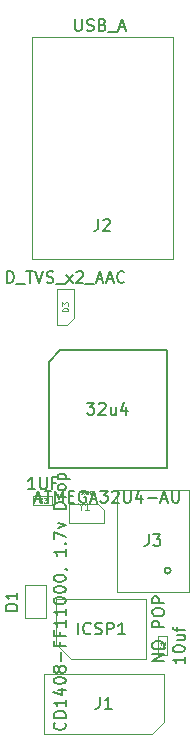
<source format=gbr>
%TF.GenerationSoftware,KiCad,Pcbnew,(5.1.9)-1*%
%TF.CreationDate,2021-02-13T16:54:45-05:00*%
%TF.ProjectId,mega_nrf24_usb,6d656761-5f6e-4726-9632-345f7573622e,rev?*%
%TF.SameCoordinates,Original*%
%TF.FileFunction,Other,Fab,Top*%
%FSLAX46Y46*%
G04 Gerber Fmt 4.6, Leading zero omitted, Abs format (unit mm)*
G04 Created by KiCad (PCBNEW (5.1.9)-1) date 2021-02-13 16:54:45*
%MOMM*%
%LPD*%
G01*
G04 APERTURE LIST*
%ADD10C,0.100000*%
%ADD11C,0.200000*%
%ADD12C,0.050000*%
%ADD13C,0.150000*%
%ADD14C,0.075000*%
%ADD15C,0.060000*%
%ADD16C,0.030000*%
%ADD17C,0.080000*%
G04 APERTURE END LIST*
D10*
%TO.C,D1*%
X143622600Y-127994600D02*
X141822600Y-127994600D01*
X143622600Y-125194600D02*
X143622600Y-127994600D01*
X141822600Y-125194600D02*
X143622600Y-125194600D01*
X141822600Y-127994600D02*
X141822600Y-125194600D01*
%TO.C,D3*%
X145953200Y-102585600D02*
X145953200Y-100135600D01*
X145403200Y-103155600D02*
X144553200Y-103155600D01*
X145953200Y-102585600D02*
X145403200Y-103155600D01*
X144553200Y-103155600D02*
X144553200Y-100115600D01*
X145953200Y-100115600D02*
X144553200Y-100115600D01*
%TO.C,C3*%
X144132200Y-117633800D02*
X144132200Y-118433800D01*
X144132200Y-118433800D02*
X142532200Y-118433800D01*
X142532200Y-118433800D02*
X142532200Y-117633800D01*
X142532200Y-117633800D02*
X144132200Y-117633800D01*
%TO.C,J2*%
X154378800Y-97570800D02*
X154378800Y-78770800D01*
X142378800Y-97570800D02*
X142378800Y-78770800D01*
X154378800Y-78770800D02*
X142378800Y-78770800D01*
X154378800Y-97570800D02*
X142378800Y-97570800D01*
D11*
%TO.C,J3*%
X154152600Y-123952000D02*
G75*
G03*
X154152600Y-123952000I-254000J0D01*
G01*
D12*
X149580600Y-125730000D02*
X155676600Y-125730000D01*
X155676600Y-125730000D02*
X155676600Y-117094000D01*
X155676600Y-117094000D02*
X149580600Y-117094000D01*
X149580600Y-117094000D02*
X149580600Y-125730000D01*
D10*
%TO.C,Y1*%
X145540600Y-118351400D02*
X145540600Y-119951400D01*
X145540600Y-119951400D02*
X148540600Y-119951400D01*
X148040600Y-118351400D02*
X148540600Y-118851400D01*
X148040600Y-118351400D02*
X145540600Y-118351400D01*
X148540600Y-118851400D02*
X148540600Y-119951400D01*
D13*
%TO.C,32u4*%
X144818600Y-105286800D02*
X153818600Y-105286800D01*
X153818600Y-105286800D02*
X153818600Y-115286800D01*
X153818600Y-115286800D02*
X143818600Y-115286800D01*
X143818600Y-115286800D02*
X143818600Y-106286800D01*
X143818600Y-106286800D02*
X144818600Y-105286800D01*
D10*
%TO.C,ICSP1*%
X144475200Y-130175000D02*
X144475200Y-126365000D01*
X144475200Y-126365000D02*
X152095200Y-126365000D01*
X152095200Y-126365000D02*
X152095200Y-131445000D01*
X152095200Y-131445000D02*
X145745200Y-131445000D01*
X145745200Y-131445000D02*
X144475200Y-130175000D01*
%TO.C,J1*%
X153568400Y-132664200D02*
X153568400Y-136744200D01*
X153568400Y-136744200D02*
X152568400Y-137744200D01*
X152568400Y-137744200D02*
X143408400Y-137744200D01*
X143408400Y-137744200D02*
X143408400Y-132664200D01*
X143408400Y-132664200D02*
X153568400Y-132664200D01*
%TO.C,C1*%
X153866800Y-131115000D02*
X153066800Y-131115000D01*
X153066800Y-131115000D02*
X153066800Y-129515000D01*
X153066800Y-129515000D02*
X153866800Y-129515000D01*
X153866800Y-129515000D02*
X153866800Y-131115000D01*
%TD*%
%TO.C,D1*%
D13*
X145179742Y-136832695D02*
X145227361Y-136880314D01*
X145274980Y-137023171D01*
X145274980Y-137118409D01*
X145227361Y-137261266D01*
X145132123Y-137356504D01*
X145036885Y-137404123D01*
X144846409Y-137451742D01*
X144703552Y-137451742D01*
X144513076Y-137404123D01*
X144417838Y-137356504D01*
X144322600Y-137261266D01*
X144274980Y-137118409D01*
X144274980Y-137023171D01*
X144322600Y-136880314D01*
X144370219Y-136832695D01*
X145274980Y-136404123D02*
X144274980Y-136404123D01*
X144274980Y-136166028D01*
X144322600Y-136023171D01*
X144417838Y-135927933D01*
X144513076Y-135880314D01*
X144703552Y-135832695D01*
X144846409Y-135832695D01*
X145036885Y-135880314D01*
X145132123Y-135927933D01*
X145227361Y-136023171D01*
X145274980Y-136166028D01*
X145274980Y-136404123D01*
X145274980Y-134880314D02*
X145274980Y-135451742D01*
X145274980Y-135166028D02*
X144274980Y-135166028D01*
X144417838Y-135261266D01*
X144513076Y-135356504D01*
X144560695Y-135451742D01*
X144608314Y-134023171D02*
X145274980Y-134023171D01*
X144227361Y-134261266D02*
X144941647Y-134499361D01*
X144941647Y-133880314D01*
X144274980Y-133308885D02*
X144274980Y-133213647D01*
X144322600Y-133118409D01*
X144370219Y-133070790D01*
X144465457Y-133023171D01*
X144655933Y-132975552D01*
X144894028Y-132975552D01*
X145084504Y-133023171D01*
X145179742Y-133070790D01*
X145227361Y-133118409D01*
X145274980Y-133213647D01*
X145274980Y-133308885D01*
X145227361Y-133404123D01*
X145179742Y-133451742D01*
X145084504Y-133499361D01*
X144894028Y-133546980D01*
X144655933Y-133546980D01*
X144465457Y-133499361D01*
X144370219Y-133451742D01*
X144322600Y-133404123D01*
X144274980Y-133308885D01*
X144703552Y-132404123D02*
X144655933Y-132499361D01*
X144608314Y-132546980D01*
X144513076Y-132594600D01*
X144465457Y-132594600D01*
X144370219Y-132546980D01*
X144322600Y-132499361D01*
X144274980Y-132404123D01*
X144274980Y-132213647D01*
X144322600Y-132118409D01*
X144370219Y-132070790D01*
X144465457Y-132023171D01*
X144513076Y-132023171D01*
X144608314Y-132070790D01*
X144655933Y-132118409D01*
X144703552Y-132213647D01*
X144703552Y-132404123D01*
X144751171Y-132499361D01*
X144798790Y-132546980D01*
X144894028Y-132594600D01*
X145084504Y-132594600D01*
X145179742Y-132546980D01*
X145227361Y-132499361D01*
X145274980Y-132404123D01*
X145274980Y-132213647D01*
X145227361Y-132118409D01*
X145179742Y-132070790D01*
X145084504Y-132023171D01*
X144894028Y-132023171D01*
X144798790Y-132070790D01*
X144751171Y-132118409D01*
X144703552Y-132213647D01*
X144894028Y-131594600D02*
X144894028Y-130832695D01*
X144751171Y-130023171D02*
X144751171Y-130356504D01*
X145274980Y-130356504D02*
X144274980Y-130356504D01*
X144274980Y-129880314D01*
X144751171Y-129166028D02*
X144751171Y-129499361D01*
X145274980Y-129499361D02*
X144274980Y-129499361D01*
X144274980Y-129023171D01*
X145274980Y-128118409D02*
X145274980Y-128689838D01*
X145274980Y-128404123D02*
X144274980Y-128404123D01*
X144417838Y-128499361D01*
X144513076Y-128594600D01*
X144560695Y-128689838D01*
X145274980Y-127166028D02*
X145274980Y-127737457D01*
X145274980Y-127451742D02*
X144274980Y-127451742D01*
X144417838Y-127546980D01*
X144513076Y-127642219D01*
X144560695Y-127737457D01*
X144274980Y-126546980D02*
X144274980Y-126451742D01*
X144322600Y-126356504D01*
X144370219Y-126308885D01*
X144465457Y-126261266D01*
X144655933Y-126213647D01*
X144894028Y-126213647D01*
X145084504Y-126261266D01*
X145179742Y-126308885D01*
X145227361Y-126356504D01*
X145274980Y-126451742D01*
X145274980Y-126546980D01*
X145227361Y-126642219D01*
X145179742Y-126689838D01*
X145084504Y-126737457D01*
X144894028Y-126785076D01*
X144655933Y-126785076D01*
X144465457Y-126737457D01*
X144370219Y-126689838D01*
X144322600Y-126642219D01*
X144274980Y-126546980D01*
X144274980Y-125594600D02*
X144274980Y-125499361D01*
X144322600Y-125404123D01*
X144370219Y-125356504D01*
X144465457Y-125308885D01*
X144655933Y-125261266D01*
X144894028Y-125261266D01*
X145084504Y-125308885D01*
X145179742Y-125356504D01*
X145227361Y-125404123D01*
X145274980Y-125499361D01*
X145274980Y-125594600D01*
X145227361Y-125689838D01*
X145179742Y-125737457D01*
X145084504Y-125785076D01*
X144894028Y-125832695D01*
X144655933Y-125832695D01*
X144465457Y-125785076D01*
X144370219Y-125737457D01*
X144322600Y-125689838D01*
X144274980Y-125594600D01*
X144274980Y-124642219D02*
X144274980Y-124546980D01*
X144322600Y-124451742D01*
X144370219Y-124404123D01*
X144465457Y-124356504D01*
X144655933Y-124308885D01*
X144894028Y-124308885D01*
X145084504Y-124356504D01*
X145179742Y-124404123D01*
X145227361Y-124451742D01*
X145274980Y-124546980D01*
X145274980Y-124642219D01*
X145227361Y-124737457D01*
X145179742Y-124785076D01*
X145084504Y-124832695D01*
X144894028Y-124880314D01*
X144655933Y-124880314D01*
X144465457Y-124832695D01*
X144370219Y-124785076D01*
X144322600Y-124737457D01*
X144274980Y-124642219D01*
X145227361Y-123832695D02*
X145274980Y-123832695D01*
X145370219Y-123880314D01*
X145417838Y-123927933D01*
X145274980Y-122118409D02*
X145274980Y-122689838D01*
X145274980Y-122404123D02*
X144274980Y-122404123D01*
X144417838Y-122499361D01*
X144513076Y-122594600D01*
X144560695Y-122689838D01*
X145179742Y-121689838D02*
X145227361Y-121642219D01*
X145274980Y-121689838D01*
X145227361Y-121737457D01*
X145179742Y-121689838D01*
X145274980Y-121689838D01*
X144274980Y-121308885D02*
X144274980Y-120642219D01*
X145274980Y-121070790D01*
X144608314Y-120356504D02*
X145274980Y-120118409D01*
X144608314Y-119880314D01*
X145274980Y-118737457D02*
X144274980Y-118737457D01*
X144274980Y-118499361D01*
X144322600Y-118356504D01*
X144417838Y-118261266D01*
X144513076Y-118213647D01*
X144703552Y-118166028D01*
X144846409Y-118166028D01*
X145036885Y-118213647D01*
X145132123Y-118261266D01*
X145227361Y-118356504D01*
X145274980Y-118499361D01*
X145274980Y-118737457D01*
X145274980Y-117737457D02*
X144608314Y-117737457D01*
X144798790Y-117737457D02*
X144703552Y-117689838D01*
X144655933Y-117642219D01*
X144608314Y-117546980D01*
X144608314Y-117451742D01*
X145274980Y-116975552D02*
X145227361Y-117070790D01*
X145179742Y-117118409D01*
X145084504Y-117166028D01*
X144798790Y-117166028D01*
X144703552Y-117118409D01*
X144655933Y-117070790D01*
X144608314Y-116975552D01*
X144608314Y-116832695D01*
X144655933Y-116737457D01*
X144703552Y-116689838D01*
X144798790Y-116642219D01*
X145084504Y-116642219D01*
X145179742Y-116689838D01*
X145227361Y-116737457D01*
X145274980Y-116832695D01*
X145274980Y-116975552D01*
X144608314Y-116213647D02*
X145608314Y-116213647D01*
X144655933Y-116213647D02*
X144608314Y-116118409D01*
X144608314Y-115927933D01*
X144655933Y-115832695D01*
X144703552Y-115785076D01*
X144798790Y-115737457D01*
X145084504Y-115737457D01*
X145179742Y-115785076D01*
X145227361Y-115832695D01*
X145274980Y-115927933D01*
X145274980Y-116118409D01*
X145227361Y-116213647D01*
X141174980Y-127332695D02*
X140174980Y-127332695D01*
X140174980Y-127094600D01*
X140222600Y-126951742D01*
X140317838Y-126856504D01*
X140413076Y-126808885D01*
X140603552Y-126761266D01*
X140746409Y-126761266D01*
X140936885Y-126808885D01*
X141032123Y-126856504D01*
X141127361Y-126951742D01*
X141174980Y-127094600D01*
X141174980Y-127332695D01*
X141174980Y-125808885D02*
X141174980Y-126380314D01*
X141174980Y-126094600D02*
X140174980Y-126094600D01*
X140317838Y-126189838D01*
X140413076Y-126285076D01*
X140460695Y-126380314D01*
%TO.C,D3*%
X140324628Y-99587980D02*
X140324628Y-98587980D01*
X140562723Y-98587980D01*
X140705580Y-98635600D01*
X140800819Y-98730838D01*
X140848438Y-98826076D01*
X140896057Y-99016552D01*
X140896057Y-99159409D01*
X140848438Y-99349885D01*
X140800819Y-99445123D01*
X140705580Y-99540361D01*
X140562723Y-99587980D01*
X140324628Y-99587980D01*
X141086533Y-99683219D02*
X141848438Y-99683219D01*
X141943676Y-98587980D02*
X142515104Y-98587980D01*
X142229390Y-99587980D02*
X142229390Y-98587980D01*
X142705580Y-98587980D02*
X143038914Y-99587980D01*
X143372247Y-98587980D01*
X143657961Y-99540361D02*
X143800819Y-99587980D01*
X144038914Y-99587980D01*
X144134152Y-99540361D01*
X144181771Y-99492742D01*
X144229390Y-99397504D01*
X144229390Y-99302266D01*
X144181771Y-99207028D01*
X144134152Y-99159409D01*
X144038914Y-99111790D01*
X143848438Y-99064171D01*
X143753200Y-99016552D01*
X143705580Y-98968933D01*
X143657961Y-98873695D01*
X143657961Y-98778457D01*
X143705580Y-98683219D01*
X143753200Y-98635600D01*
X143848438Y-98587980D01*
X144086533Y-98587980D01*
X144229390Y-98635600D01*
X144419866Y-99683219D02*
X145181771Y-99683219D01*
X145324628Y-99587980D02*
X145848438Y-98921314D01*
X145324628Y-98921314D02*
X145848438Y-99587980D01*
X146181771Y-98683219D02*
X146229390Y-98635600D01*
X146324628Y-98587980D01*
X146562723Y-98587980D01*
X146657961Y-98635600D01*
X146705580Y-98683219D01*
X146753200Y-98778457D01*
X146753200Y-98873695D01*
X146705580Y-99016552D01*
X146134152Y-99587980D01*
X146753200Y-99587980D01*
X146943676Y-99683219D02*
X147705580Y-99683219D01*
X147896057Y-99302266D02*
X148372247Y-99302266D01*
X147800819Y-99587980D02*
X148134152Y-98587980D01*
X148467485Y-99587980D01*
X148753200Y-99302266D02*
X149229390Y-99302266D01*
X148657961Y-99587980D02*
X148991295Y-98587980D01*
X149324628Y-99587980D01*
X150229390Y-99492742D02*
X150181771Y-99540361D01*
X150038914Y-99587980D01*
X149943676Y-99587980D01*
X149800819Y-99540361D01*
X149705580Y-99445123D01*
X149657961Y-99349885D01*
X149610342Y-99159409D01*
X149610342Y-99016552D01*
X149657961Y-98826076D01*
X149705580Y-98730838D01*
X149800819Y-98635600D01*
X149943676Y-98587980D01*
X150038914Y-98587980D01*
X150181771Y-98635600D01*
X150229390Y-98683219D01*
D14*
X145479390Y-102004647D02*
X144979390Y-102004647D01*
X144979390Y-101885600D01*
X145003200Y-101814171D01*
X145050819Y-101766552D01*
X145098438Y-101742742D01*
X145193676Y-101718933D01*
X145265104Y-101718933D01*
X145360342Y-101742742D01*
X145407961Y-101766552D01*
X145455580Y-101814171D01*
X145479390Y-101885600D01*
X145479390Y-102004647D01*
X144979390Y-101552266D02*
X144979390Y-101242742D01*
X145169866Y-101409409D01*
X145169866Y-101337980D01*
X145193676Y-101290361D01*
X145217485Y-101266552D01*
X145265104Y-101242742D01*
X145384152Y-101242742D01*
X145431771Y-101266552D01*
X145455580Y-101290361D01*
X145479390Y-101337980D01*
X145479390Y-101480838D01*
X145455580Y-101528457D01*
X145431771Y-101552266D01*
%TO.C,C3*%
D13*
X142665533Y-117056180D02*
X142094104Y-117056180D01*
X142379819Y-117056180D02*
X142379819Y-116056180D01*
X142284580Y-116199038D01*
X142189342Y-116294276D01*
X142094104Y-116341895D01*
X143094104Y-116056180D02*
X143094104Y-116865704D01*
X143141723Y-116960942D01*
X143189342Y-117008561D01*
X143284580Y-117056180D01*
X143475057Y-117056180D01*
X143570295Y-117008561D01*
X143617914Y-116960942D01*
X143665533Y-116865704D01*
X143665533Y-116056180D01*
X144475057Y-116532371D02*
X144141723Y-116532371D01*
X144141723Y-117056180D02*
X144141723Y-116056180D01*
X144617914Y-116056180D01*
D15*
X143265533Y-118176657D02*
X143246485Y-118195704D01*
X143189342Y-118214752D01*
X143151247Y-118214752D01*
X143094104Y-118195704D01*
X143056009Y-118157609D01*
X143036961Y-118119514D01*
X143017914Y-118043323D01*
X143017914Y-117986180D01*
X143036961Y-117909990D01*
X143056009Y-117871895D01*
X143094104Y-117833800D01*
X143151247Y-117814752D01*
X143189342Y-117814752D01*
X143246485Y-117833800D01*
X143265533Y-117852847D01*
X143398866Y-117814752D02*
X143646485Y-117814752D01*
X143513152Y-117967133D01*
X143570295Y-117967133D01*
X143608390Y-117986180D01*
X143627438Y-118005228D01*
X143646485Y-118043323D01*
X143646485Y-118138561D01*
X143627438Y-118176657D01*
X143608390Y-118195704D01*
X143570295Y-118214752D01*
X143456009Y-118214752D01*
X143417914Y-118195704D01*
X143398866Y-118176657D01*
%TO.C,J2*%
D13*
X146057371Y-77248180D02*
X146057371Y-78057704D01*
X146104990Y-78152942D01*
X146152609Y-78200561D01*
X146247847Y-78248180D01*
X146438323Y-78248180D01*
X146533561Y-78200561D01*
X146581180Y-78152942D01*
X146628800Y-78057704D01*
X146628800Y-77248180D01*
X147057371Y-78200561D02*
X147200228Y-78248180D01*
X147438323Y-78248180D01*
X147533561Y-78200561D01*
X147581180Y-78152942D01*
X147628800Y-78057704D01*
X147628800Y-77962466D01*
X147581180Y-77867228D01*
X147533561Y-77819609D01*
X147438323Y-77771990D01*
X147247847Y-77724371D01*
X147152609Y-77676752D01*
X147104990Y-77629133D01*
X147057371Y-77533895D01*
X147057371Y-77438657D01*
X147104990Y-77343419D01*
X147152609Y-77295800D01*
X147247847Y-77248180D01*
X147485942Y-77248180D01*
X147628800Y-77295800D01*
X148390704Y-77724371D02*
X148533561Y-77771990D01*
X148581180Y-77819609D01*
X148628800Y-77914847D01*
X148628800Y-78057704D01*
X148581180Y-78152942D01*
X148533561Y-78200561D01*
X148438323Y-78248180D01*
X148057371Y-78248180D01*
X148057371Y-77248180D01*
X148390704Y-77248180D01*
X148485942Y-77295800D01*
X148533561Y-77343419D01*
X148581180Y-77438657D01*
X148581180Y-77533895D01*
X148533561Y-77629133D01*
X148485942Y-77676752D01*
X148390704Y-77724371D01*
X148057371Y-77724371D01*
X148819276Y-78343419D02*
X149581180Y-78343419D01*
X149771657Y-77962466D02*
X150247847Y-77962466D01*
X149676419Y-78248180D02*
X150009752Y-77248180D01*
X150343085Y-78248180D01*
X148020466Y-94198180D02*
X148020466Y-94912466D01*
X147972847Y-95055323D01*
X147877609Y-95150561D01*
X147734752Y-95198180D01*
X147639514Y-95198180D01*
X148449038Y-94293419D02*
X148496657Y-94245800D01*
X148591895Y-94198180D01*
X148829990Y-94198180D01*
X148925228Y-94245800D01*
X148972847Y-94293419D01*
X149020466Y-94388657D01*
X149020466Y-94483895D01*
X148972847Y-94626752D01*
X148401419Y-95198180D01*
X149020466Y-95198180D01*
%TO.C,J3*%
X152295266Y-120864380D02*
X152295266Y-121578666D01*
X152247647Y-121721523D01*
X152152409Y-121816761D01*
X152009552Y-121864380D01*
X151914314Y-121864380D01*
X152676219Y-120864380D02*
X153295266Y-120864380D01*
X152961933Y-121245333D01*
X153104790Y-121245333D01*
X153200028Y-121292952D01*
X153247647Y-121340571D01*
X153295266Y-121435809D01*
X153295266Y-121673904D01*
X153247647Y-121769142D01*
X153200028Y-121816761D01*
X153104790Y-121864380D01*
X152819076Y-121864380D01*
X152723838Y-121816761D01*
X152676219Y-121769142D01*
%TO.C,Y1*%
D16*
X146688219Y-117441876D02*
X146573933Y-117441876D01*
X146631076Y-117441876D02*
X146631076Y-117241876D01*
X146612028Y-117270447D01*
X146592980Y-117289495D01*
X146573933Y-117299019D01*
X146859647Y-117241876D02*
X146821552Y-117241876D01*
X146802504Y-117251400D01*
X146792980Y-117260923D01*
X146773933Y-117289495D01*
X146764409Y-117327590D01*
X146764409Y-117403780D01*
X146773933Y-117422828D01*
X146783457Y-117432352D01*
X146802504Y-117441876D01*
X146840600Y-117441876D01*
X146859647Y-117432352D01*
X146869171Y-117422828D01*
X146878695Y-117403780D01*
X146878695Y-117356161D01*
X146869171Y-117337114D01*
X146859647Y-117327590D01*
X146840600Y-117318066D01*
X146802504Y-117318066D01*
X146783457Y-117327590D01*
X146773933Y-117337114D01*
X146764409Y-117356161D01*
X146964409Y-117441876D02*
X146964409Y-117241876D01*
X147031076Y-117384733D01*
X147097742Y-117241876D01*
X147097742Y-117441876D01*
X147192980Y-117441876D02*
X147192980Y-117241876D01*
X147192980Y-117337114D02*
X147307266Y-117337114D01*
X147307266Y-117441876D02*
X147307266Y-117241876D01*
X147383457Y-117241876D02*
X147516790Y-117241876D01*
X147383457Y-117441876D01*
X147516790Y-117441876D01*
D17*
X146526285Y-118502114D02*
X146526285Y-118787828D01*
X146326285Y-118187828D02*
X146526285Y-118502114D01*
X146726285Y-118187828D01*
X147240571Y-118787828D02*
X146897714Y-118787828D01*
X147069142Y-118787828D02*
X147069142Y-118187828D01*
X147012000Y-118273542D01*
X146954857Y-118330685D01*
X146897714Y-118359257D01*
%TO.C,32u4*%
D13*
X142723361Y-117903466D02*
X143199552Y-117903466D01*
X142628123Y-118189180D02*
X142961457Y-117189180D01*
X143294790Y-118189180D01*
X143485266Y-117189180D02*
X144056695Y-117189180D01*
X143770980Y-118189180D02*
X143770980Y-117189180D01*
X144390028Y-118189180D02*
X144390028Y-117189180D01*
X144723361Y-117903466D01*
X145056695Y-117189180D01*
X145056695Y-118189180D01*
X145532885Y-117665371D02*
X145866219Y-117665371D01*
X146009076Y-118189180D02*
X145532885Y-118189180D01*
X145532885Y-117189180D01*
X146009076Y-117189180D01*
X146961457Y-117236800D02*
X146866219Y-117189180D01*
X146723361Y-117189180D01*
X146580504Y-117236800D01*
X146485266Y-117332038D01*
X146437647Y-117427276D01*
X146390028Y-117617752D01*
X146390028Y-117760609D01*
X146437647Y-117951085D01*
X146485266Y-118046323D01*
X146580504Y-118141561D01*
X146723361Y-118189180D01*
X146818600Y-118189180D01*
X146961457Y-118141561D01*
X147009076Y-118093942D01*
X147009076Y-117760609D01*
X146818600Y-117760609D01*
X147390028Y-117903466D02*
X147866219Y-117903466D01*
X147294790Y-118189180D02*
X147628123Y-117189180D01*
X147961457Y-118189180D01*
X148199552Y-117189180D02*
X148818600Y-117189180D01*
X148485266Y-117570133D01*
X148628123Y-117570133D01*
X148723361Y-117617752D01*
X148770980Y-117665371D01*
X148818600Y-117760609D01*
X148818600Y-117998704D01*
X148770980Y-118093942D01*
X148723361Y-118141561D01*
X148628123Y-118189180D01*
X148342409Y-118189180D01*
X148247171Y-118141561D01*
X148199552Y-118093942D01*
X149199552Y-117284419D02*
X149247171Y-117236800D01*
X149342409Y-117189180D01*
X149580504Y-117189180D01*
X149675742Y-117236800D01*
X149723361Y-117284419D01*
X149770980Y-117379657D01*
X149770980Y-117474895D01*
X149723361Y-117617752D01*
X149151933Y-118189180D01*
X149770980Y-118189180D01*
X150199552Y-117189180D02*
X150199552Y-117998704D01*
X150247171Y-118093942D01*
X150294790Y-118141561D01*
X150390028Y-118189180D01*
X150580504Y-118189180D01*
X150675742Y-118141561D01*
X150723361Y-118093942D01*
X150770980Y-117998704D01*
X150770980Y-117189180D01*
X151675742Y-117522514D02*
X151675742Y-118189180D01*
X151437647Y-117141561D02*
X151199552Y-117855847D01*
X151818600Y-117855847D01*
X152199552Y-117808228D02*
X152961457Y-117808228D01*
X153390028Y-117903466D02*
X153866219Y-117903466D01*
X153294790Y-118189180D02*
X153628123Y-117189180D01*
X153961457Y-118189180D01*
X154294790Y-117189180D02*
X154294790Y-117998704D01*
X154342409Y-118093942D01*
X154390028Y-118141561D01*
X154485266Y-118189180D01*
X154675742Y-118189180D01*
X154770980Y-118141561D01*
X154818600Y-118093942D01*
X154866219Y-117998704D01*
X154866219Y-117189180D01*
X147080504Y-109739180D02*
X147699552Y-109739180D01*
X147366219Y-110120133D01*
X147509076Y-110120133D01*
X147604314Y-110167752D01*
X147651933Y-110215371D01*
X147699552Y-110310609D01*
X147699552Y-110548704D01*
X147651933Y-110643942D01*
X147604314Y-110691561D01*
X147509076Y-110739180D01*
X147223361Y-110739180D01*
X147128123Y-110691561D01*
X147080504Y-110643942D01*
X148080504Y-109834419D02*
X148128123Y-109786800D01*
X148223361Y-109739180D01*
X148461457Y-109739180D01*
X148556695Y-109786800D01*
X148604314Y-109834419D01*
X148651933Y-109929657D01*
X148651933Y-110024895D01*
X148604314Y-110167752D01*
X148032885Y-110739180D01*
X148651933Y-110739180D01*
X149509076Y-110072514D02*
X149509076Y-110739180D01*
X149080504Y-110072514D02*
X149080504Y-110596323D01*
X149128123Y-110691561D01*
X149223361Y-110739180D01*
X149366219Y-110739180D01*
X149461457Y-110691561D01*
X149509076Y-110643942D01*
X150413838Y-110072514D02*
X150413838Y-110739180D01*
X150175742Y-109691561D02*
X149937647Y-110405847D01*
X150556695Y-110405847D01*
%TO.C,ICSP1*%
X153607580Y-131619285D02*
X152607580Y-131619285D01*
X153607580Y-131047857D01*
X152607580Y-131047857D01*
X152607580Y-130381190D02*
X152607580Y-130190714D01*
X152655200Y-130095476D01*
X152750438Y-130000238D01*
X152940914Y-129952619D01*
X153274247Y-129952619D01*
X153464723Y-130000238D01*
X153559961Y-130095476D01*
X153607580Y-130190714D01*
X153607580Y-130381190D01*
X153559961Y-130476428D01*
X153464723Y-130571666D01*
X153274247Y-130619285D01*
X152940914Y-130619285D01*
X152750438Y-130571666D01*
X152655200Y-130476428D01*
X152607580Y-130381190D01*
X153607580Y-128762142D02*
X152607580Y-128762142D01*
X152607580Y-128381190D01*
X152655200Y-128285952D01*
X152702819Y-128238333D01*
X152798057Y-128190714D01*
X152940914Y-128190714D01*
X153036152Y-128238333D01*
X153083771Y-128285952D01*
X153131390Y-128381190D01*
X153131390Y-128762142D01*
X152607580Y-127571666D02*
X152607580Y-127381190D01*
X152655200Y-127285952D01*
X152750438Y-127190714D01*
X152940914Y-127143095D01*
X153274247Y-127143095D01*
X153464723Y-127190714D01*
X153559961Y-127285952D01*
X153607580Y-127381190D01*
X153607580Y-127571666D01*
X153559961Y-127666904D01*
X153464723Y-127762142D01*
X153274247Y-127809761D01*
X152940914Y-127809761D01*
X152750438Y-127762142D01*
X152655200Y-127666904D01*
X152607580Y-127571666D01*
X153607580Y-126714523D02*
X152607580Y-126714523D01*
X152607580Y-126333571D01*
X152655200Y-126238333D01*
X152702819Y-126190714D01*
X152798057Y-126143095D01*
X152940914Y-126143095D01*
X153036152Y-126190714D01*
X153083771Y-126238333D01*
X153131390Y-126333571D01*
X153131390Y-126714523D01*
X146332819Y-129357380D02*
X146332819Y-128357380D01*
X147380438Y-129262142D02*
X147332819Y-129309761D01*
X147189961Y-129357380D01*
X147094723Y-129357380D01*
X146951866Y-129309761D01*
X146856628Y-129214523D01*
X146809009Y-129119285D01*
X146761390Y-128928809D01*
X146761390Y-128785952D01*
X146809009Y-128595476D01*
X146856628Y-128500238D01*
X146951866Y-128405000D01*
X147094723Y-128357380D01*
X147189961Y-128357380D01*
X147332819Y-128405000D01*
X147380438Y-128452619D01*
X147761390Y-129309761D02*
X147904247Y-129357380D01*
X148142342Y-129357380D01*
X148237580Y-129309761D01*
X148285200Y-129262142D01*
X148332819Y-129166904D01*
X148332819Y-129071666D01*
X148285200Y-128976428D01*
X148237580Y-128928809D01*
X148142342Y-128881190D01*
X147951866Y-128833571D01*
X147856628Y-128785952D01*
X147809009Y-128738333D01*
X147761390Y-128643095D01*
X147761390Y-128547857D01*
X147809009Y-128452619D01*
X147856628Y-128405000D01*
X147951866Y-128357380D01*
X148189961Y-128357380D01*
X148332819Y-128405000D01*
X148761390Y-129357380D02*
X148761390Y-128357380D01*
X149142342Y-128357380D01*
X149237580Y-128405000D01*
X149285200Y-128452619D01*
X149332819Y-128547857D01*
X149332819Y-128690714D01*
X149285200Y-128785952D01*
X149237580Y-128833571D01*
X149142342Y-128881190D01*
X148761390Y-128881190D01*
X150285200Y-129357380D02*
X149713771Y-129357380D01*
X149999485Y-129357380D02*
X149999485Y-128357380D01*
X149904247Y-128500238D01*
X149809009Y-128595476D01*
X149713771Y-128643095D01*
%TO.C,J1*%
X148155066Y-134656580D02*
X148155066Y-135370866D01*
X148107447Y-135513723D01*
X148012209Y-135608961D01*
X147869352Y-135656580D01*
X147774114Y-135656580D01*
X149155066Y-135656580D02*
X148583638Y-135656580D01*
X148869352Y-135656580D02*
X148869352Y-134656580D01*
X148774114Y-134799438D01*
X148678876Y-134894676D01*
X148583638Y-134942295D01*
%TO.C,C1*%
X155349180Y-131243571D02*
X155349180Y-131815000D01*
X155349180Y-131529285D02*
X154349180Y-131529285D01*
X154492038Y-131624523D01*
X154587276Y-131719761D01*
X154634895Y-131815000D01*
X154349180Y-130624523D02*
X154349180Y-130529285D01*
X154396800Y-130434047D01*
X154444419Y-130386428D01*
X154539657Y-130338809D01*
X154730133Y-130291190D01*
X154968228Y-130291190D01*
X155158704Y-130338809D01*
X155253942Y-130386428D01*
X155301561Y-130434047D01*
X155349180Y-130529285D01*
X155349180Y-130624523D01*
X155301561Y-130719761D01*
X155253942Y-130767380D01*
X155158704Y-130815000D01*
X154968228Y-130862619D01*
X154730133Y-130862619D01*
X154539657Y-130815000D01*
X154444419Y-130767380D01*
X154396800Y-130719761D01*
X154349180Y-130624523D01*
X154682514Y-129434047D02*
X155349180Y-129434047D01*
X154682514Y-129862619D02*
X155206323Y-129862619D01*
X155301561Y-129815000D01*
X155349180Y-129719761D01*
X155349180Y-129576904D01*
X155301561Y-129481666D01*
X155253942Y-129434047D01*
X154682514Y-129100714D02*
X154682514Y-128719761D01*
X155349180Y-128957857D02*
X154492038Y-128957857D01*
X154396800Y-128910238D01*
X154349180Y-128815000D01*
X154349180Y-128719761D01*
D15*
X153609657Y-130381666D02*
X153628704Y-130400714D01*
X153647752Y-130457857D01*
X153647752Y-130495952D01*
X153628704Y-130553095D01*
X153590609Y-130591190D01*
X153552514Y-130610238D01*
X153476323Y-130629285D01*
X153419180Y-130629285D01*
X153342990Y-130610238D01*
X153304895Y-130591190D01*
X153266800Y-130553095D01*
X153247752Y-130495952D01*
X153247752Y-130457857D01*
X153266800Y-130400714D01*
X153285847Y-130381666D01*
X153647752Y-130000714D02*
X153647752Y-130229285D01*
X153647752Y-130115000D02*
X153247752Y-130115000D01*
X153304895Y-130153095D01*
X153342990Y-130191190D01*
X153362038Y-130229285D01*
%TD*%
M02*

</source>
